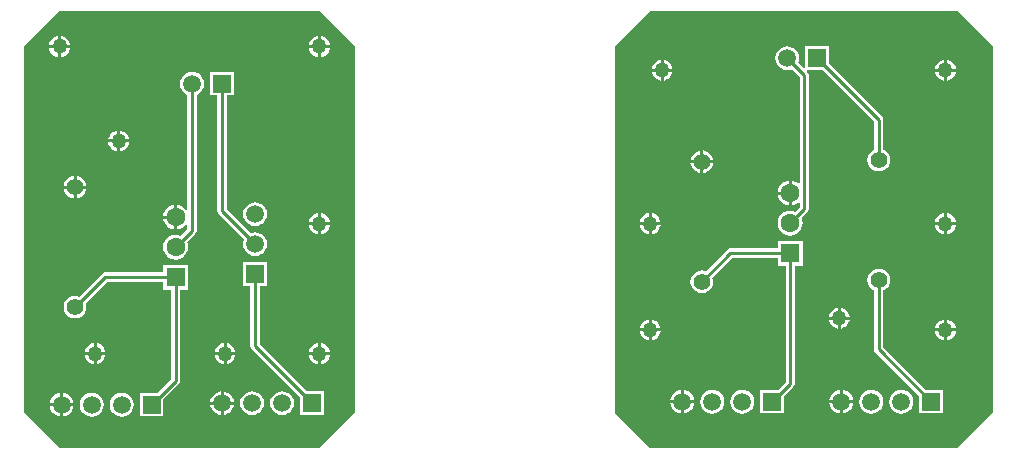
<source format=gtl>
G04*
G04 #@! TF.GenerationSoftware,Altium Limited,Altium Designer,20.0.11 (256)*
G04*
G04 Layer_Physical_Order=1*
G04 Layer_Color=255*
%FSLAX25Y25*%
%MOIN*%
G70*
G01*
G75*
%ADD20C,0.01000*%
%ADD21C,0.05906*%
%ADD22R,0.05906X0.05906*%
%ADD23R,0.05906X0.05906*%
%ADD24C,0.05512*%
%ADD25C,0.06299*%
%ADD26R,0.06299X0.06299*%
%ADD27C,0.05000*%
G36*
X137795Y133858D02*
X137795Y11811D01*
X125984Y0D01*
X39370D01*
X27559Y11811D01*
Y133858D01*
X39370Y145669D01*
X125984Y145669D01*
X137795Y133858D01*
D02*
G37*
G36*
X350394D02*
Y11811D01*
X338583Y-0D01*
X236221D01*
X224410Y11811D01*
Y133858D01*
X236221Y145669D01*
X338583Y145669D01*
X350394Y133858D01*
D02*
G37*
%LPC*%
G36*
X126484Y137323D02*
Y134358D01*
X129449D01*
X129394Y134772D01*
X129042Y135623D01*
X128481Y136354D01*
X127749Y136916D01*
X126898Y137268D01*
X126484Y137323D01*
D02*
G37*
G36*
X125484D02*
X125071Y137268D01*
X124219Y136916D01*
X123488Y136354D01*
X122927Y135623D01*
X122574Y134772D01*
X122520Y134358D01*
X125484D01*
Y137323D01*
D02*
G37*
G36*
X39870D02*
Y134358D01*
X42834D01*
X42780Y134772D01*
X42427Y135623D01*
X41866Y136354D01*
X41135Y136916D01*
X40284Y137268D01*
X39870Y137323D01*
D02*
G37*
G36*
X38870D02*
X38456Y137268D01*
X37605Y136916D01*
X36874Y136354D01*
X36313Y135623D01*
X35960Y134772D01*
X35906Y134358D01*
X38870D01*
Y137323D01*
D02*
G37*
G36*
X129449Y133358D02*
X126484D01*
Y130394D01*
X126898Y130448D01*
X127749Y130801D01*
X128481Y131362D01*
X129042Y132093D01*
X129394Y132945D01*
X129449Y133358D01*
D02*
G37*
G36*
X125484D02*
X122520D01*
X122574Y132945D01*
X122927Y132093D01*
X123488Y131362D01*
X124219Y130801D01*
X125071Y130448D01*
X125484Y130394D01*
Y133358D01*
D02*
G37*
G36*
X42834D02*
X39870D01*
Y130394D01*
X40284Y130448D01*
X41135Y130801D01*
X41866Y131362D01*
X42427Y132093D01*
X42780Y132945D01*
X42834Y133358D01*
D02*
G37*
G36*
X38870D02*
X35906D01*
X35960Y132945D01*
X36313Y132093D01*
X36874Y131362D01*
X37605Y130801D01*
X38456Y130448D01*
X38870Y130394D01*
Y133358D01*
D02*
G37*
G36*
X59555Y105827D02*
Y102862D01*
X62520D01*
X62465Y103276D01*
X62112Y104127D01*
X61551Y104858D01*
X60820Y105419D01*
X59969Y105772D01*
X59555Y105827D01*
D02*
G37*
G36*
X58555D02*
X58141Y105772D01*
X57290Y105419D01*
X56559Y104858D01*
X55998Y104127D01*
X55645Y103276D01*
X55591Y102862D01*
X58555D01*
Y105827D01*
D02*
G37*
G36*
X62520Y101862D02*
X59555D01*
Y98898D01*
X59969Y98952D01*
X60820Y99305D01*
X61551Y99866D01*
X62112Y100597D01*
X62465Y101449D01*
X62520Y101862D01*
D02*
G37*
G36*
X58555D02*
X55591D01*
X55645Y101449D01*
X55998Y100597D01*
X56559Y99866D01*
X57290Y99305D01*
X58141Y98952D01*
X58555Y98898D01*
Y101862D01*
D02*
G37*
G36*
X45000Y90723D02*
Y87500D01*
X48223D01*
X48159Y87981D01*
X47781Y88894D01*
X47179Y89679D01*
X46394Y90281D01*
X45480Y90659D01*
X45000Y90723D01*
D02*
G37*
G36*
X44000D02*
X43519Y90659D01*
X42606Y90281D01*
X41821Y89679D01*
X41219Y88894D01*
X40841Y87981D01*
X40778Y87500D01*
X44000D01*
Y90723D01*
D02*
G37*
G36*
X48223Y86500D02*
X45000D01*
Y83277D01*
X45480Y83341D01*
X46394Y83719D01*
X47179Y84321D01*
X47781Y85106D01*
X48159Y86019D01*
X48223Y86500D01*
D02*
G37*
G36*
X44000D02*
X40778D01*
X40841Y86019D01*
X41219Y85106D01*
X41821Y84321D01*
X42606Y83719D01*
X43519Y83341D01*
X44000Y83277D01*
Y86500D01*
D02*
G37*
G36*
X83500Y125487D02*
X82468Y125351D01*
X81507Y124953D01*
X80681Y124319D01*
X80047Y123493D01*
X79649Y122532D01*
X79513Y121500D01*
X79649Y120468D01*
X80047Y119507D01*
X80681Y118681D01*
X81507Y118047D01*
X81971Y117855D01*
Y79463D01*
X81471Y79294D01*
X80959Y79959D01*
X80093Y80625D01*
X79083Y81043D01*
X78500Y81120D01*
Y77000D01*
Y72880D01*
X79083Y72957D01*
X80093Y73375D01*
X80959Y74041D01*
X81471Y74707D01*
X81971Y74537D01*
Y73133D01*
X79647Y70810D01*
X79083Y71043D01*
X78000Y71185D01*
X76917Y71043D01*
X75907Y70625D01*
X75041Y69959D01*
X74375Y69093D01*
X73957Y68083D01*
X73815Y67000D01*
X73957Y65917D01*
X74375Y64907D01*
X75041Y64040D01*
X75907Y63375D01*
X76917Y62957D01*
X78000Y62815D01*
X79083Y62957D01*
X80093Y63375D01*
X80959Y64040D01*
X81625Y64907D01*
X82043Y65917D01*
X82185Y67000D01*
X82043Y68083D01*
X81810Y68647D01*
X84581Y71419D01*
X84913Y71915D01*
X85029Y72500D01*
Y117855D01*
X85493Y118047D01*
X86319Y118681D01*
X86953Y119507D01*
X87351Y120468D01*
X87487Y121500D01*
X87351Y122532D01*
X86953Y123493D01*
X86319Y124319D01*
X85493Y124953D01*
X84532Y125351D01*
X83500Y125487D01*
D02*
G37*
G36*
X77500Y81120D02*
X76917Y81043D01*
X75907Y80625D01*
X75041Y79959D01*
X74375Y79093D01*
X73957Y78083D01*
X73880Y77500D01*
X77500D01*
Y81120D01*
D02*
G37*
G36*
X126484Y78268D02*
Y75303D01*
X129449D01*
X129394Y75717D01*
X129042Y76568D01*
X128481Y77299D01*
X127749Y77860D01*
X126898Y78213D01*
X126484Y78268D01*
D02*
G37*
G36*
X125484D02*
X125071Y78213D01*
X124219Y77860D01*
X123488Y77299D01*
X122927Y76568D01*
X122574Y75717D01*
X122520Y75303D01*
X125484D01*
Y78268D01*
D02*
G37*
G36*
X104500Y81987D02*
X103468Y81851D01*
X102507Y81453D01*
X101681Y80819D01*
X101047Y79993D01*
X100649Y79032D01*
X100513Y78000D01*
X100649Y76968D01*
X101047Y76007D01*
X101681Y75181D01*
X102507Y74547D01*
X103468Y74149D01*
X104500Y74013D01*
X105532Y74149D01*
X106493Y74547D01*
X107319Y75181D01*
X107953Y76007D01*
X108351Y76968D01*
X108487Y78000D01*
X108351Y79032D01*
X107953Y79993D01*
X107319Y80819D01*
X106493Y81453D01*
X105532Y81851D01*
X104500Y81987D01*
D02*
G37*
G36*
X77500Y76500D02*
X73880D01*
X73957Y75917D01*
X74375Y74907D01*
X75041Y74041D01*
X75907Y73375D01*
X76917Y72957D01*
X77500Y72880D01*
Y76500D01*
D02*
G37*
G36*
X129449Y74303D02*
X126484D01*
Y71339D01*
X126898Y71393D01*
X127749Y71746D01*
X128481Y72307D01*
X129042Y73038D01*
X129394Y73889D01*
X129449Y74303D01*
D02*
G37*
G36*
X125484D02*
X122520D01*
X122574Y73889D01*
X122927Y73038D01*
X123488Y72307D01*
X124219Y71746D01*
X125071Y71393D01*
X125484Y71339D01*
Y74303D01*
D02*
G37*
G36*
X97453Y125453D02*
X89547D01*
Y117547D01*
X91971D01*
Y79000D01*
X92087Y78415D01*
X92419Y77919D01*
X100841Y69496D01*
X100649Y69032D01*
X100513Y68000D01*
X100649Y66968D01*
X101047Y66007D01*
X101681Y65181D01*
X102507Y64547D01*
X103468Y64149D01*
X104500Y64013D01*
X105532Y64149D01*
X106493Y64547D01*
X107319Y65181D01*
X107953Y66007D01*
X108351Y66968D01*
X108487Y68000D01*
X108351Y69032D01*
X107953Y69993D01*
X107319Y70819D01*
X106493Y71453D01*
X105532Y71851D01*
X104500Y71987D01*
X103468Y71851D01*
X103004Y71659D01*
X95029Y79633D01*
Y117547D01*
X97453D01*
Y125453D01*
D02*
G37*
G36*
X126484Y34960D02*
Y31996D01*
X129449D01*
X129394Y32410D01*
X129042Y33261D01*
X128481Y33992D01*
X127749Y34553D01*
X126898Y34906D01*
X126484Y34960D01*
D02*
G37*
G36*
X125484D02*
X125071Y34906D01*
X124219Y34553D01*
X123488Y33992D01*
X122927Y33261D01*
X122574Y32410D01*
X122520Y31996D01*
X125484D01*
Y34960D01*
D02*
G37*
G36*
X94988D02*
Y31996D01*
X97953D01*
X97898Y32410D01*
X97545Y33261D01*
X96984Y33992D01*
X96253Y34553D01*
X95402Y34906D01*
X94988Y34960D01*
D02*
G37*
G36*
X93988D02*
X93575Y34906D01*
X92723Y34553D01*
X91992Y33992D01*
X91431Y33261D01*
X91078Y32410D01*
X91024Y31996D01*
X93988D01*
Y34960D01*
D02*
G37*
G36*
X51681D02*
Y31996D01*
X54646D01*
X54591Y32410D01*
X54238Y33261D01*
X53677Y33992D01*
X52946Y34553D01*
X52095Y34906D01*
X51681Y34960D01*
D02*
G37*
G36*
X50681D02*
X50267Y34906D01*
X49416Y34553D01*
X48685Y33992D01*
X48124Y33261D01*
X47771Y32410D01*
X47717Y31996D01*
X50681D01*
Y34960D01*
D02*
G37*
G36*
X129449Y30996D02*
X126484D01*
Y28032D01*
X126898Y28086D01*
X127749Y28439D01*
X128481Y29000D01*
X129042Y29731D01*
X129394Y30582D01*
X129449Y30996D01*
D02*
G37*
G36*
X125484D02*
X122520D01*
X122574Y30582D01*
X122927Y29731D01*
X123488Y29000D01*
X124219Y28439D01*
X125071Y28086D01*
X125484Y28032D01*
Y30996D01*
D02*
G37*
G36*
X97953D02*
X94988D01*
Y28032D01*
X95402Y28086D01*
X96253Y28439D01*
X96984Y29000D01*
X97545Y29731D01*
X97898Y30582D01*
X97953Y30996D01*
D02*
G37*
G36*
X93988D02*
X91024D01*
X91078Y30582D01*
X91431Y29731D01*
X91992Y29000D01*
X92723Y28439D01*
X93575Y28086D01*
X93988Y28032D01*
Y30996D01*
D02*
G37*
G36*
X54646D02*
X51681D01*
Y28032D01*
X52095Y28086D01*
X52946Y28439D01*
X53677Y29000D01*
X54238Y29731D01*
X54591Y30582D01*
X54646Y30996D01*
D02*
G37*
G36*
X50681D02*
X47717D01*
X47771Y30582D01*
X48124Y29731D01*
X48685Y29000D01*
X49416Y28439D01*
X50267Y28086D01*
X50681Y28032D01*
Y30996D01*
D02*
G37*
G36*
X94000Y18921D02*
Y15500D01*
X97421D01*
X97351Y16032D01*
X96953Y16993D01*
X96319Y17819D01*
X95493Y18453D01*
X94532Y18851D01*
X94000Y18921D01*
D02*
G37*
G36*
X93000D02*
X92468Y18851D01*
X91507Y18453D01*
X90681Y17819D01*
X90047Y16993D01*
X89649Y16032D01*
X89579Y15500D01*
X93000D01*
Y18921D01*
D02*
G37*
G36*
X40500Y18421D02*
Y15000D01*
X43921D01*
X43851Y15532D01*
X43453Y16493D01*
X42819Y17319D01*
X41993Y17953D01*
X41032Y18351D01*
X40500Y18421D01*
D02*
G37*
G36*
X39500D02*
X38968Y18351D01*
X38007Y17953D01*
X37181Y17319D01*
X36547Y16493D01*
X36149Y15532D01*
X36079Y15000D01*
X39500D01*
Y18421D01*
D02*
G37*
G36*
X97421Y14500D02*
X94000D01*
Y11079D01*
X94532Y11149D01*
X95493Y11547D01*
X96319Y12181D01*
X96953Y13007D01*
X97351Y13968D01*
X97421Y14500D01*
D02*
G37*
G36*
X93000D02*
X89579D01*
X89649Y13968D01*
X90047Y13007D01*
X90681Y12181D01*
X91507Y11547D01*
X92468Y11149D01*
X93000Y11079D01*
Y14500D01*
D02*
G37*
G36*
X108453Y61953D02*
X100547D01*
Y54047D01*
X102971D01*
Y34000D01*
X103087Y33415D01*
X103419Y32919D01*
X119547Y16790D01*
Y11047D01*
X127453D01*
Y18953D01*
X121710D01*
X106029Y34633D01*
Y54047D01*
X108453D01*
Y61953D01*
D02*
G37*
G36*
X113500Y18987D02*
X112468Y18851D01*
X111507Y18453D01*
X110681Y17819D01*
X110047Y16993D01*
X109649Y16032D01*
X109513Y15000D01*
X109649Y13968D01*
X110047Y13007D01*
X110681Y12181D01*
X111507Y11547D01*
X112468Y11149D01*
X113500Y11013D01*
X114532Y11149D01*
X115493Y11547D01*
X116319Y12181D01*
X116953Y13007D01*
X117351Y13968D01*
X117487Y15000D01*
X117351Y16032D01*
X116953Y16993D01*
X116319Y17819D01*
X115493Y18453D01*
X114532Y18851D01*
X113500Y18987D01*
D02*
G37*
G36*
X103500D02*
X102468Y18851D01*
X101507Y18453D01*
X100681Y17819D01*
X100047Y16993D01*
X99649Y16032D01*
X99513Y15000D01*
X99649Y13968D01*
X100047Y13007D01*
X100681Y12181D01*
X101507Y11547D01*
X102468Y11149D01*
X103500Y11013D01*
X104532Y11149D01*
X105493Y11547D01*
X106319Y12181D01*
X106953Y13007D01*
X107351Y13968D01*
X107487Y15000D01*
X107351Y16032D01*
X106953Y16993D01*
X106319Y17819D01*
X105493Y18453D01*
X104532Y18851D01*
X103500Y18987D01*
D02*
G37*
G36*
X43921Y14000D02*
X40500D01*
Y10579D01*
X41032Y10649D01*
X41993Y11047D01*
X42819Y11681D01*
X43453Y12507D01*
X43851Y13468D01*
X43921Y14000D01*
D02*
G37*
G36*
X39500D02*
X36079D01*
X36149Y13468D01*
X36547Y12507D01*
X37181Y11681D01*
X38007Y11047D01*
X38968Y10649D01*
X39500Y10579D01*
Y14000D01*
D02*
G37*
G36*
X82150Y61150D02*
X73850D01*
Y58529D01*
X54500D01*
X53915Y58413D01*
X53419Y58081D01*
X45845Y50508D01*
X45480Y50659D01*
X44500Y50788D01*
X43519Y50659D01*
X42606Y50281D01*
X41821Y49679D01*
X41219Y48894D01*
X40841Y47980D01*
X40712Y47000D01*
X40841Y46020D01*
X41219Y45106D01*
X41821Y44321D01*
X42606Y43719D01*
X43519Y43341D01*
X44500Y43212D01*
X45480Y43341D01*
X46394Y43719D01*
X47179Y44321D01*
X47781Y45106D01*
X48159Y46020D01*
X48288Y47000D01*
X48159Y47980D01*
X48008Y48345D01*
X55133Y55471D01*
X73850D01*
Y52850D01*
X76471D01*
Y23133D01*
X71790Y18453D01*
X66047D01*
Y10547D01*
X73953D01*
Y16290D01*
X79081Y21419D01*
X79413Y21915D01*
X79529Y22500D01*
Y52850D01*
X82150D01*
Y61150D01*
D02*
G37*
G36*
X60000Y18487D02*
X58968Y18351D01*
X58007Y17953D01*
X57181Y17319D01*
X56547Y16493D01*
X56149Y15532D01*
X56013Y14500D01*
X56149Y13468D01*
X56547Y12507D01*
X57181Y11681D01*
X58007Y11047D01*
X58968Y10649D01*
X60000Y10513D01*
X61032Y10649D01*
X61993Y11047D01*
X62819Y11681D01*
X63453Y12507D01*
X63851Y13468D01*
X63987Y14500D01*
X63851Y15532D01*
X63453Y16493D01*
X62819Y17319D01*
X61993Y17953D01*
X61032Y18351D01*
X60000Y18487D01*
D02*
G37*
G36*
X50000D02*
X48968Y18351D01*
X48007Y17953D01*
X47181Y17319D01*
X46547Y16493D01*
X46149Y15532D01*
X46013Y14500D01*
X46149Y13468D01*
X46547Y12507D01*
X47181Y11681D01*
X48007Y11047D01*
X48968Y10649D01*
X50000Y10513D01*
X51032Y10649D01*
X51993Y11047D01*
X52819Y11681D01*
X53453Y12507D01*
X53851Y13468D01*
X53987Y14500D01*
X53851Y15532D01*
X53453Y16493D01*
X52819Y17319D01*
X51993Y17953D01*
X51032Y18351D01*
X50000Y18487D01*
D02*
G37*
G36*
X335146Y129449D02*
Y126484D01*
X338110D01*
X338056Y126898D01*
X337703Y127749D01*
X337142Y128481D01*
X336411Y129042D01*
X335559Y129394D01*
X335146Y129449D01*
D02*
G37*
G36*
X334146D02*
X333732Y129394D01*
X332881Y129042D01*
X332149Y128481D01*
X331588Y127749D01*
X331236Y126898D01*
X331181Y126484D01*
X334146D01*
Y129449D01*
D02*
G37*
G36*
X240657D02*
Y126484D01*
X243622D01*
X243567Y126898D01*
X243215Y127749D01*
X242654Y128481D01*
X241923Y129042D01*
X241071Y129394D01*
X240657Y129449D01*
D02*
G37*
G36*
X239657D02*
X239244Y129394D01*
X238392Y129042D01*
X237661Y128481D01*
X237100Y127749D01*
X236748Y126898D01*
X236693Y126484D01*
X239657D01*
Y129449D01*
D02*
G37*
G36*
X338110Y125484D02*
X335146D01*
Y122520D01*
X335559Y122574D01*
X336411Y122927D01*
X337142Y123488D01*
X337703Y124219D01*
X338056Y125071D01*
X338110Y125484D01*
D02*
G37*
G36*
X334146D02*
X331181D01*
X331236Y125071D01*
X331588Y124219D01*
X332149Y123488D01*
X332881Y122927D01*
X333732Y122574D01*
X334146Y122520D01*
Y125484D01*
D02*
G37*
G36*
X243622D02*
X240657D01*
Y122520D01*
X241071Y122574D01*
X241923Y122927D01*
X242654Y123488D01*
X243215Y124219D01*
X243567Y125071D01*
X243622Y125484D01*
D02*
G37*
G36*
X239657D02*
X236693D01*
X236748Y125071D01*
X237100Y124219D01*
X237661Y123488D01*
X238392Y122927D01*
X239244Y122574D01*
X239657Y122520D01*
Y125484D01*
D02*
G37*
G36*
X253874Y99222D02*
Y96000D01*
X257097D01*
X257033Y96481D01*
X256655Y97394D01*
X256053Y98179D01*
X255268Y98781D01*
X254355Y99159D01*
X253874Y99222D01*
D02*
G37*
G36*
X252874Y99222D02*
X252394Y99159D01*
X251480Y98781D01*
X250695Y98179D01*
X250093Y97394D01*
X249715Y96481D01*
X249652Y96000D01*
X252874D01*
Y99222D01*
D02*
G37*
G36*
X281874Y133987D02*
X280842Y133851D01*
X279881Y133453D01*
X279055Y132819D01*
X278421Y131993D01*
X278023Y131032D01*
X277887Y130000D01*
X278023Y128968D01*
X278421Y128007D01*
X279055Y127181D01*
X279881Y126547D01*
X280842Y126149D01*
X281874Y126013D01*
X282906Y126149D01*
X283370Y126341D01*
X285994Y123717D01*
Y88467D01*
X285494Y88220D01*
X284967Y88625D01*
X283957Y89043D01*
X283374Y89120D01*
Y85000D01*
Y80880D01*
X283957Y80957D01*
X284967Y81375D01*
X285494Y81780D01*
X285994Y81533D01*
Y80283D01*
X284521Y78809D01*
X283957Y79043D01*
X282874Y79185D01*
X281791Y79043D01*
X280781Y78625D01*
X279914Y77960D01*
X279249Y77093D01*
X278831Y76083D01*
X278689Y75000D01*
X278831Y73917D01*
X279249Y72907D01*
X279914Y72040D01*
X280781Y71375D01*
X281791Y70957D01*
X282874Y70815D01*
X283957Y70957D01*
X284967Y71375D01*
X285834Y72040D01*
X286499Y72907D01*
X286917Y73917D01*
X287059Y75000D01*
X286917Y76083D01*
X286684Y76647D01*
X288605Y78568D01*
X288937Y79064D01*
X289053Y79650D01*
Y124350D01*
X288937Y124936D01*
X288605Y125432D01*
X288452Y125585D01*
X288643Y126047D01*
X293664D01*
X310845Y108867D01*
Y99432D01*
X310480Y99281D01*
X309695Y98679D01*
X309093Y97894D01*
X308715Y96981D01*
X308586Y96000D01*
X308715Y95020D01*
X309093Y94106D01*
X309695Y93321D01*
X310480Y92719D01*
X311393Y92341D01*
X312374Y92212D01*
X313354Y92341D01*
X314268Y92719D01*
X315053Y93321D01*
X315655Y94106D01*
X316033Y95020D01*
X316162Y96000D01*
X316033Y96981D01*
X315655Y97894D01*
X315053Y98679D01*
X314268Y99281D01*
X313903Y99432D01*
Y109500D01*
X313787Y110085D01*
X313456Y110581D01*
X295827Y128210D01*
Y133953D01*
X287921D01*
Y126769D01*
X287459Y126578D01*
X285533Y128504D01*
X285725Y128968D01*
X285861Y130000D01*
X285725Y131032D01*
X285327Y131993D01*
X284693Y132819D01*
X283868Y133453D01*
X282906Y133851D01*
X281874Y133987D01*
D02*
G37*
G36*
X252874Y95000D02*
X249652D01*
X249715Y94520D01*
X250093Y93606D01*
X250695Y92821D01*
X251480Y92219D01*
X252394Y91841D01*
X252874Y91777D01*
Y95000D01*
D02*
G37*
G36*
X257097D02*
X253874D01*
Y91777D01*
X254355Y91841D01*
X255268Y92219D01*
X256053Y92821D01*
X256655Y93606D01*
X257033Y94520D01*
X257097Y95000D01*
D02*
G37*
G36*
X282374Y89120D02*
X281791Y89043D01*
X280781Y88625D01*
X279914Y87959D01*
X279249Y87093D01*
X278831Y86083D01*
X278754Y85500D01*
X282374D01*
Y89120D01*
D02*
G37*
G36*
Y84500D02*
X278754D01*
X278831Y83917D01*
X279249Y82907D01*
X279914Y82041D01*
X280781Y81375D01*
X281791Y80957D01*
X282374Y80880D01*
Y84500D01*
D02*
G37*
G36*
X335146Y78268D02*
Y75303D01*
X338110D01*
X338056Y75717D01*
X337703Y76568D01*
X337142Y77299D01*
X336411Y77860D01*
X335559Y78213D01*
X335146Y78268D01*
D02*
G37*
G36*
X334146D02*
X333732Y78213D01*
X332881Y77860D01*
X332149Y77299D01*
X331588Y76568D01*
X331236Y75717D01*
X331181Y75303D01*
X334146D01*
Y78268D01*
D02*
G37*
G36*
X236720D02*
Y75303D01*
X239685D01*
X239630Y75717D01*
X239278Y76568D01*
X238717Y77299D01*
X237986Y77860D01*
X237134Y78213D01*
X236720Y78268D01*
D02*
G37*
G36*
X235720D02*
X235307Y78213D01*
X234455Y77860D01*
X233724Y77299D01*
X233163Y76568D01*
X232811Y75717D01*
X232756Y75303D01*
X235720D01*
Y78268D01*
D02*
G37*
G36*
X338110Y74303D02*
X335146D01*
Y71339D01*
X335559Y71393D01*
X336411Y71746D01*
X337142Y72307D01*
X337703Y73038D01*
X338056Y73889D01*
X338110Y74303D01*
D02*
G37*
G36*
X334146D02*
X331181D01*
X331236Y73889D01*
X331588Y73038D01*
X332149Y72307D01*
X332881Y71746D01*
X333732Y71393D01*
X334146Y71339D01*
Y74303D01*
D02*
G37*
G36*
X239685D02*
X236720D01*
Y71339D01*
X237134Y71393D01*
X237986Y71746D01*
X238717Y72307D01*
X239278Y73038D01*
X239630Y73889D01*
X239685Y74303D01*
D02*
G37*
G36*
X235720D02*
X232756D01*
X232811Y73889D01*
X233163Y73038D01*
X233724Y72307D01*
X234455Y71746D01*
X235307Y71393D01*
X235720Y71339D01*
Y74303D01*
D02*
G37*
G36*
X299713Y46771D02*
Y43807D01*
X302677D01*
X302623Y44221D01*
X302270Y45072D01*
X301709Y45803D01*
X300978Y46364D01*
X300126Y46717D01*
X299713Y46771D01*
D02*
G37*
G36*
X298713D02*
X298299Y46717D01*
X297447Y46364D01*
X296716Y45803D01*
X296155Y45072D01*
X295803Y44221D01*
X295748Y43807D01*
X298713D01*
Y46771D01*
D02*
G37*
G36*
X335146Y42834D02*
Y39870D01*
X338110D01*
X338056Y40284D01*
X337703Y41135D01*
X337142Y41866D01*
X336411Y42427D01*
X335559Y42780D01*
X335146Y42834D01*
D02*
G37*
G36*
X334146D02*
X333732Y42780D01*
X332881Y42427D01*
X332149Y41866D01*
X331588Y41135D01*
X331236Y40284D01*
X331181Y39870D01*
X334146D01*
Y42834D01*
D02*
G37*
G36*
X236720D02*
Y39870D01*
X239685D01*
X239630Y40284D01*
X239278Y41135D01*
X238717Y41866D01*
X237986Y42427D01*
X237134Y42780D01*
X236720Y42834D01*
D02*
G37*
G36*
X235720D02*
X235307Y42780D01*
X234455Y42427D01*
X233724Y41866D01*
X233163Y41135D01*
X232811Y40284D01*
X232756Y39870D01*
X235720D01*
Y42834D01*
D02*
G37*
G36*
X302677Y42807D02*
X299713D01*
Y39843D01*
X300126Y39897D01*
X300978Y40250D01*
X301709Y40811D01*
X302270Y41542D01*
X302623Y42393D01*
X302677Y42807D01*
D02*
G37*
G36*
X298713D02*
X295748D01*
X295803Y42393D01*
X296155Y41542D01*
X296716Y40811D01*
X297447Y40250D01*
X298299Y39897D01*
X298713Y39843D01*
Y42807D01*
D02*
G37*
G36*
X338110Y38870D02*
X335146D01*
Y35906D01*
X335559Y35960D01*
X336411Y36313D01*
X337142Y36874D01*
X337703Y37605D01*
X338056Y38456D01*
X338110Y38870D01*
D02*
G37*
G36*
X334146D02*
X331181D01*
X331236Y38456D01*
X331588Y37605D01*
X332149Y36874D01*
X332881Y36313D01*
X333732Y35960D01*
X334146Y35906D01*
Y38870D01*
D02*
G37*
G36*
X239685D02*
X236720D01*
Y35906D01*
X237134Y35960D01*
X237986Y36313D01*
X238717Y36874D01*
X239278Y37605D01*
X239630Y38456D01*
X239685Y38870D01*
D02*
G37*
G36*
X235720D02*
X232756D01*
X232811Y38456D01*
X233163Y37605D01*
X233724Y36874D01*
X234455Y36313D01*
X235307Y35960D01*
X235720Y35906D01*
Y38870D01*
D02*
G37*
G36*
X300374Y19421D02*
Y16000D01*
X303795D01*
X303725Y16532D01*
X303327Y17493D01*
X302693Y18319D01*
X301868Y18953D01*
X300906Y19351D01*
X300374Y19421D01*
D02*
G37*
G36*
X247374D02*
Y16000D01*
X250795D01*
X250725Y16532D01*
X250327Y17493D01*
X249693Y18319D01*
X248868Y18953D01*
X247906Y19351D01*
X247374Y19421D01*
D02*
G37*
G36*
X299374Y19421D02*
X298842Y19351D01*
X297881Y18953D01*
X297055Y18319D01*
X296421Y17493D01*
X296023Y16532D01*
X295953Y16000D01*
X299374D01*
Y19421D01*
D02*
G37*
G36*
X246374D02*
X245842Y19351D01*
X244881Y18953D01*
X244055Y18319D01*
X243421Y17493D01*
X243023Y16532D01*
X242953Y16000D01*
X246374D01*
Y19421D01*
D02*
G37*
G36*
X299374Y15000D02*
X295953D01*
X296023Y14468D01*
X296421Y13507D01*
X297055Y12681D01*
X297881Y12047D01*
X298842Y11649D01*
X299374Y11579D01*
Y15000D01*
D02*
G37*
G36*
X246374D02*
X242953D01*
X243023Y14468D01*
X243421Y13507D01*
X244055Y12681D01*
X244881Y12047D01*
X245842Y11649D01*
X246374Y11579D01*
Y15000D01*
D02*
G37*
G36*
X303795D02*
X300374D01*
Y11579D01*
X300906Y11649D01*
X301868Y12047D01*
X302693Y12681D01*
X303327Y13507D01*
X303725Y14468D01*
X303795Y15000D01*
D02*
G37*
G36*
X250795D02*
X247374D01*
Y11579D01*
X247906Y11649D01*
X248868Y12047D01*
X249693Y12681D01*
X250327Y13507D01*
X250725Y14468D01*
X250795Y15000D01*
D02*
G37*
G36*
X312374Y59788D02*
X311393Y59659D01*
X310480Y59281D01*
X309695Y58679D01*
X309093Y57894D01*
X308715Y56981D01*
X308586Y56000D01*
X308715Y55019D01*
X309093Y54106D01*
X309695Y53321D01*
X310480Y52719D01*
X310845Y52568D01*
Y33000D01*
X310961Y32415D01*
X311293Y31919D01*
X325921Y17290D01*
Y11547D01*
X333827D01*
Y19453D01*
X328084D01*
X313903Y33634D01*
Y52568D01*
X314268Y52719D01*
X315053Y53321D01*
X315655Y54106D01*
X316033Y55019D01*
X316162Y56000D01*
X316033Y56981D01*
X315655Y57894D01*
X315053Y58679D01*
X314268Y59281D01*
X313354Y59659D01*
X312374Y59788D01*
D02*
G37*
G36*
X287024Y69150D02*
X278724D01*
Y66529D01*
X262874D01*
X262289Y66413D01*
X261793Y66081D01*
X254719Y59008D01*
X254355Y59159D01*
X253374Y59288D01*
X252394Y59159D01*
X251480Y58781D01*
X250695Y58179D01*
X250093Y57394D01*
X249715Y56480D01*
X249586Y55500D01*
X249715Y54519D01*
X250093Y53606D01*
X250695Y52821D01*
X251480Y52219D01*
X252394Y51841D01*
X253374Y51712D01*
X254355Y51841D01*
X255268Y52219D01*
X256053Y52821D01*
X256655Y53606D01*
X257033Y54519D01*
X257162Y55500D01*
X257033Y56480D01*
X256882Y56845D01*
X263508Y63471D01*
X278724D01*
Y60850D01*
X281345D01*
Y22133D01*
X278664Y19453D01*
X272921D01*
Y11547D01*
X280827D01*
Y17290D01*
X283956Y20419D01*
X284287Y20915D01*
X284403Y21500D01*
Y60850D01*
X287024D01*
Y69150D01*
D02*
G37*
G36*
X319874Y19487D02*
X318842Y19351D01*
X317881Y18953D01*
X317055Y18319D01*
X316421Y17493D01*
X316023Y16532D01*
X315887Y15500D01*
X316023Y14468D01*
X316421Y13507D01*
X317055Y12681D01*
X317881Y12047D01*
X318842Y11649D01*
X319874Y11513D01*
X320906Y11649D01*
X321867Y12047D01*
X322693Y12681D01*
X323327Y13507D01*
X323725Y14468D01*
X323861Y15500D01*
X323725Y16532D01*
X323327Y17493D01*
X322693Y18319D01*
X321867Y18953D01*
X320906Y19351D01*
X319874Y19487D01*
D02*
G37*
G36*
X309874D02*
X308842Y19351D01*
X307881Y18953D01*
X307055Y18319D01*
X306421Y17493D01*
X306023Y16532D01*
X305887Y15500D01*
X306023Y14468D01*
X306421Y13507D01*
X307055Y12681D01*
X307881Y12047D01*
X308842Y11649D01*
X309874Y11513D01*
X310906Y11649D01*
X311867Y12047D01*
X312693Y12681D01*
X313327Y13507D01*
X313725Y14468D01*
X313861Y15500D01*
X313725Y16532D01*
X313327Y17493D01*
X312693Y18319D01*
X311867Y18953D01*
X310906Y19351D01*
X309874Y19487D01*
D02*
G37*
G36*
X266874D02*
X265842Y19351D01*
X264881Y18953D01*
X264055Y18319D01*
X263421Y17493D01*
X263023Y16532D01*
X262887Y15500D01*
X263023Y14468D01*
X263421Y13507D01*
X264055Y12681D01*
X264881Y12047D01*
X265842Y11649D01*
X266874Y11513D01*
X267906Y11649D01*
X268867Y12047D01*
X269693Y12681D01*
X270327Y13507D01*
X270725Y14468D01*
X270861Y15500D01*
X270725Y16532D01*
X270327Y17493D01*
X269693Y18319D01*
X268867Y18953D01*
X267906Y19351D01*
X266874Y19487D01*
D02*
G37*
G36*
X256874D02*
X255842Y19351D01*
X254881Y18953D01*
X254055Y18319D01*
X253421Y17493D01*
X253023Y16532D01*
X252887Y15500D01*
X253023Y14468D01*
X253421Y13507D01*
X254055Y12681D01*
X254881Y12047D01*
X255842Y11649D01*
X256874Y11513D01*
X257906Y11649D01*
X258868Y12047D01*
X259693Y12681D01*
X260327Y13507D01*
X260725Y14468D01*
X260861Y15500D01*
X260725Y16532D01*
X260327Y17493D01*
X259693Y18319D01*
X258868Y18953D01*
X257906Y19351D01*
X256874Y19487D01*
D02*
G37*
%LPD*%
D20*
X287524Y79650D02*
Y124350D01*
X281874Y130000D02*
X287524Y124350D01*
X282874Y75000D02*
X287524Y79650D01*
X291874Y130000D02*
X312374Y109500D01*
Y96000D02*
Y109500D01*
Y33000D02*
Y56000D01*
Y33000D02*
X329874Y15500D01*
X253374Y55500D02*
X262874Y65000D01*
X282874D01*
X104500Y34000D02*
Y58000D01*
Y34000D02*
X123500Y15000D01*
X83500Y72500D02*
Y121500D01*
X78000Y67000D02*
X83500Y72500D01*
X93500Y79000D02*
Y121500D01*
Y79000D02*
X104500Y68000D01*
X44500Y47000D02*
X54500Y57000D01*
X78000D01*
X104000Y68000D02*
X104500D01*
X282874Y21500D02*
Y65000D01*
X276874Y15500D02*
X282874Y21500D01*
X70000Y14500D02*
X78000Y22500D01*
Y57000D01*
D21*
X93500Y15000D02*
D03*
X103500D02*
D03*
X113500D02*
D03*
X299874Y15500D02*
D03*
X309874D02*
D03*
X319874D02*
D03*
X104500Y68000D02*
D03*
Y78000D02*
D03*
X281874Y130000D02*
D03*
X83500Y121500D02*
D03*
X246874Y15500D02*
D03*
X256874D02*
D03*
X266874D02*
D03*
X40000Y14500D02*
D03*
X50000D02*
D03*
X60000D02*
D03*
D22*
X123500Y15000D02*
D03*
X329874Y15500D02*
D03*
X291874Y130000D02*
D03*
X93500Y121500D02*
D03*
X276874Y15500D02*
D03*
X70000Y14500D02*
D03*
D23*
X104500Y58000D02*
D03*
D24*
X312374Y96000D02*
D03*
Y56000D02*
D03*
X253374Y95500D02*
D03*
Y55500D02*
D03*
X44500Y87000D02*
D03*
Y47000D02*
D03*
D25*
X282874Y85000D02*
D03*
Y75000D02*
D03*
X78000Y77000D02*
D03*
Y67000D02*
D03*
D26*
X282874Y65000D02*
D03*
X78000Y57000D02*
D03*
D27*
X299213Y43307D02*
D03*
X236221Y39370D02*
D03*
X334646D02*
D03*
X236221Y74803D02*
D03*
X240158Y125984D02*
D03*
X334646Y74803D02*
D03*
Y125984D02*
D03*
X59055Y102362D02*
D03*
X125984Y74803D02*
D03*
Y31496D02*
D03*
X94488D02*
D03*
X51181D02*
D03*
X125984Y133858D02*
D03*
X39370D02*
D03*
M02*

</source>
